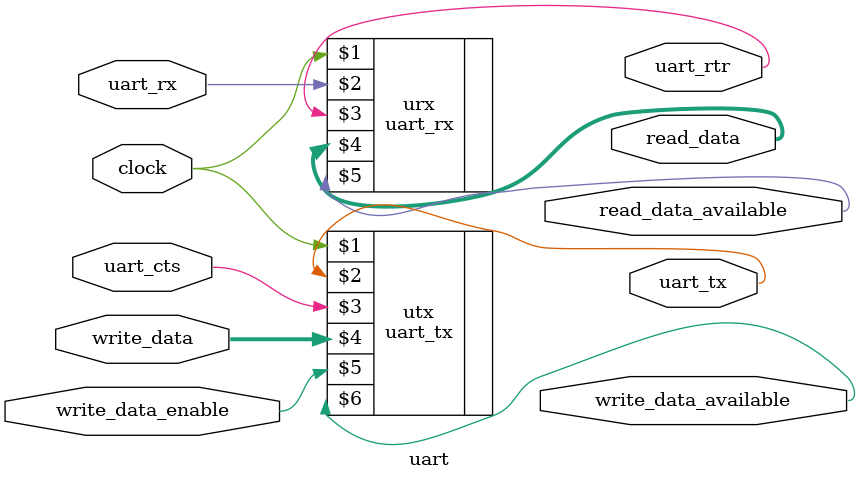
<source format=sv>

`default_nettype none
`timescale 1ns / 1ps

module uart(
    input wire clock,                               // 12.5 MHz 
    input wire uart_rx, 
    output wire uart_tx,
    input wire uart_cts,
    output wire uart_rtr,
    output wire [7:0] read_data,
    output wire read_data_available,
    input wire [7:0] write_data,
    input wire write_data_enable,
    output wire write_data_available
);
    // uart tx
    uart_tx utx(clock, uart_tx, uart_cts, write_data, write_data_enable, write_data_available);
    
    // uart rx
    uart_rx urx(clock, uart_rx, uart_rtr, read_data, read_data_available); 


endmodule   
</source>
